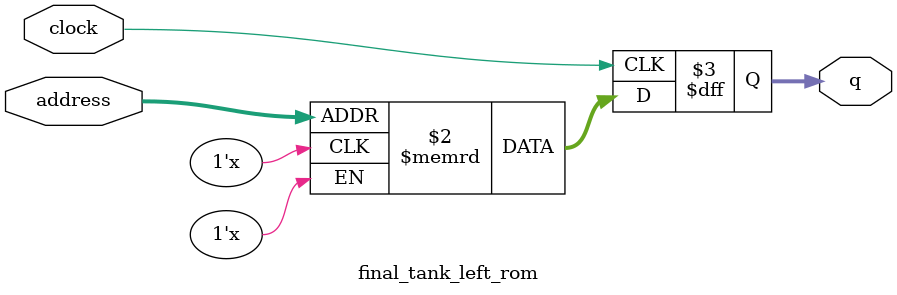
<source format=sv>
module final_tank_left_rom (
	input logic clock,
	input logic [9:0] address,
	output logic [3:0] q
);

logic [3:0] memory [0:1023] /* synthesis ram_init_file = "./final_tank_left/final_tank_left.mif" */;

always_ff @ (posedge clock) begin
	q <= memory[address];
end

endmodule

</source>
